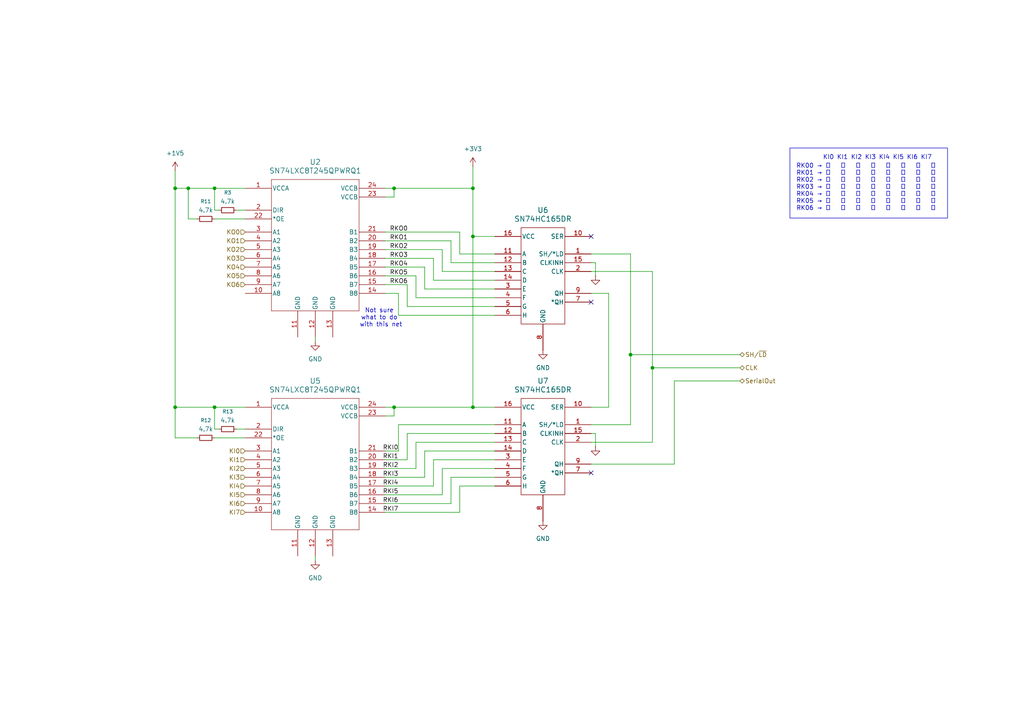
<source format=kicad_sch>
(kicad_sch (version 20250114) (generator "eeschema") (generator_version "9.0")
  (paper "A4")
  (lib_symbols
    (symbol "Device:R_Small" (pin_numbers (hide yes)) (pin_names (offset 0.254) (hide yes))
      (property "Reference" "R" (at 0 0 90))
      (property "Value" "R_Small" (at 1.778 0 90))
      (symbol "R_Small_0_1"
        (rectangle (start -0.762 1.778) (end 0.762 -1.778) (stroke (width 0.2032)))
      )
      (symbol "R_Small_1_1"
        (pin passive line (at 0 2.54 270) (length 0.762) (name "~") (number "1"))
        (pin passive line (at 0 -2.54 90) (length 0.762) (name "~") (number "2"))
      )
    )
    (symbol "SN74HC165DR:SN74HC165DR" (pin_names (offset 0.254))
      (property "Reference" "U" (at 14.732 6.604 0))
      (property "Value" "SN74HC165DR" (at 14.732 4.064 0))
      (symbol "SN74HC165DR_0_1"
        (rectangle (start 7.62 1.27) (end 20.32 -26.67))
        (pin power_in line (at 0 -1.27 0) (length 7.62) (name "VCC") (number "16"))
        (pin input line (at 0 -6.35 0) (length 7.62) (name "A") (number "11"))
        (pin input line (at 0 -8.89 0) (length 7.62) (name "B") (number "12"))
        (pin input line (at 0 -11.43 0) (length 7.62) (name "C") (number "13"))
        (pin input line (at 0 -13.97 0) (length 7.62) (name "D") (number "14"))
        (pin input line (at 0 -16.51 0) (length 7.62) (name "E") (number "3"))
        (pin input line (at 0 -19.05 0) (length 7.62) (name "F") (number "4"))
        (pin input line (at 0 -21.59 0) (length 7.62) (name "G") (number "5"))
        (pin input line (at 0 -24.13 0) (length 7.62) (name "H") (number "6"))
        (pin power_in line (at 13.97 -34.29 90) (length 7.62) (name "GND") (number "8"))
        (pin input line (at 27.94 -1.27 180) (length 7.62) (name "SER") (number "10"))
        (pin input line (at 27.94 -6.35 180) (length 7.62) (name "SH/*LD") (number "1"))
        (pin input line (at 27.94 -8.89 180) (length 7.62) (name "CLKINH") (number "15"))
        (pin input line (at 27.94 -11.43 180) (length 7.62) (name "CLK") (number "2"))
        (pin output line (at 27.94 -17.78 180) (length 7.62) (name "QH") (number "9"))
        (pin output line (at 27.94 -20.32 180) (length 7.62) (name "*QH") (number "7"))
      )
    )
    (symbol "SN74LXC8T245QPWRQ1:SN74LXC8T245QPWRQ1" (pin_names (offset 0.254))
      (property "Reference" "U2" (at 20.32 10.16 0))
      (property "Value" "SN74LXC8T245QPWRQ1" (at 20.32 7.62 0))
      (symbol "SN74LXC8T245QPWRQ1_0_1"
        (polyline (pts (xy 7.62 5.08) (xy 7.62 -33.02)) (stroke (width 0.127)))
        (polyline (pts (xy 7.62 -33.02) (xy 33.02 -33.02)) (stroke (width 0.127)))
        (polyline (pts (xy 33.02 5.08) (xy 7.62 5.08)) (stroke (width 0.127)))
        (polyline (pts (xy 33.02 -33.02) (xy 33.02 5.08)) (stroke (width 0.127)))
        (pin power_in line (at 0 2.54 0) (length 7.62) (name "VCCA") (number "1"))
        (pin input line (at 0 -3.81 0) (length 7.62) (name "DIR") (number "2"))
        (pin input line (at 0 -6.35 0) (length 7.62) (name "*OE") (number "22"))
        (pin bidirectional line (at 0 -10.16 0) (length 7.62) (name "A1") (number "3"))
        (pin bidirectional line (at 0 -12.7 0) (length 7.62) (name "A2") (number "4"))
        (pin bidirectional line (at 0 -15.24 0) (length 7.62) (name "A3") (number "5"))
        (pin bidirectional line (at 0 -17.78 0) (length 7.62) (name "A4") (number "6"))
        (pin bidirectional line (at 0 -20.32 0) (length 7.62) (name "A5") (number "7"))
        (pin bidirectional line (at 0 -22.86 0) (length 7.62) (name "A6") (number "8"))
        (pin bidirectional line (at 0 -25.4 0) (length 7.62) (name "A7") (number "9"))
        (pin bidirectional line (at 0 -27.94 0) (length 7.62) (name "A8") (number "10"))
        (pin power_out line (at 15.24 -40.64 90) (length 7.62) (name "GND") (number "11"))
        (pin power_out line (at 20.32 -40.64 90) (length 7.62) (name "GND") (number "12"))
        (pin power_out line (at 25.4 -40.64 90) (length 7.62) (name "GND") (number "13"))
        (pin power_in line (at 40.64 2.54 180) (length 7.62) (name "VCCB") (number "24"))
        (pin power_in line (at 40.64 0 180) (length 7.62) (name "VCCB") (number "23"))
        (pin bidirectional line (at 40.64 -10.16 180) (length 7.62) (name "B1") (number "21"))
        (pin bidirectional line (at 40.64 -12.7 180) (length 7.62) (name "B2") (number "20"))
        (pin bidirectional line (at 40.64 -15.24 180) (length 7.62) (name "B3") (number "19"))
        (pin bidirectional line (at 40.64 -17.78 180) (length 7.62) (name "B4") (number "18"))
        (pin bidirectional line (at 40.64 -20.32 180) (length 7.62) (name "B5") (number "17"))
        (pin bidirectional line (at 40.64 -22.86 180) (length 7.62) (name "B6") (number "16"))
        (pin bidirectional line (at 40.64 -25.4 180) (length 7.62) (name "B7") (number "15"))
        (pin bidirectional line (at 40.64 -27.94 180) (length 7.62) (name "B8") (number "14"))
      )
    )
    (symbol "power:+1V5" (power) (pin_numbers (hide yes)) (pin_names (offset 0) (hide yes))
      (property "Value" "+1V5" (at 0 3.556 0))
      (symbol "+1V5_0_1"
        (polyline (pts (xy -0.762 1.27) (xy 0 2.54)))
        (polyline (pts (xy 0 2.54) (xy 0.762 1.27)))
        (polyline (pts (xy 0 0) (xy 0 2.54)))
      )
      (symbol "+1V5_1_1"
        (pin power_in line (at 0 0 90) (length 0) (name "~") (number "1"))
      )
    )
    (symbol "power:+3V3" (power) (pin_numbers (hide yes)) (pin_names (offset 0) (hide yes))
      (property "Value" "+3V3" (at 0 3.556 0))
      (symbol "+3V3_0_1"
        (polyline (pts (xy -0.762 1.27) (xy 0 2.54)))
        (polyline (pts (xy 0 2.54) (xy 0.762 1.27)))
        (polyline (pts (xy 0 0) (xy 0 2.54)))
      )
      (symbol "+3V3_1_1"
        (pin power_in line (at 0 0 90) (length 0) (name "~") (number "1"))
      )
    )
    (symbol "power:GND" (power) (pin_numbers (hide yes)) (pin_names (offset 0) (hide yes))
      (property "Value" "GND" (at 0 -3.81 0))
      (symbol "GND_0_1"
        (polyline (pts (xy 0 0) (xy 0 -1.27) (xy 1.27 -1.27) (xy 0 -2.54) (xy -1.27 -1.27) (xy 0 -1.27)))
      )
      (symbol "GND_1_1"
        (pin power_in line (at 0 0 270) (length 0) (name "~") (number "1"))
      )
    )
  )
  (rectangle (start 229.108 42.926) (end 274.828 63.246))
  (text "       \nRK00 → ✓   ✓   ✓   ✓   ✓   ✓   ✓   ✓\nRK01 → ✓   ✓   ✓   ✓   ✓   ✓   ✓   ✓\nRK02 → ✓   ✓   ✓   ✓   ✓   ✓   ✓   ✓\nRK03 → ✓   ✓   ✓   ✓   ✓   ✓   ✓   ✓\nRK04 → ✓   ✓   ✓   ✓   ✓   ✓   ✓   ✓\nRK05 → ✓   ✓   ✓   ✓   ✓   ✓   ✓   ✓\nRK06 → ✓   ✓   ✓   ✓   ✓   ✓   ✓   ✓" (at 251.206 53.34 0) (effects (font (size 1.27 1.27))))
  (text " KI0 KI1 KI2 KI3 KI4 KI5 KI6 KI7\n" (at 254 45.72 0) (effects (font (size 1.27 1.27))))
  (text "Not sure \nwhat to do \nwith this net\n" (at 110.49 92.202 0) (effects (font (size 1.27 1.27))))
  (junction (at 182.88 102.87))
  (junction (at 137.16 54.61))
  (junction (at 50.8 118.11))
  (junction (at 137.16 68.58))
  (junction (at 114.3 118.11))
  (junction (at 50.8 54.61))
  (junction (at 62.23 54.61))
  (junction (at 114.3 54.61))
  (junction (at 62.23 118.11))
  (junction (at 137.16 118.11))
  (junction (at 189.23 106.68))
  (junction (at 54.61 54.61))
  (no_connect (at 171.45 68.58))
  (no_connect (at 171.45 137.16))
  (no_connect (at 171.45 87.63))
  (wire (pts (xy 137.16 68.58) (xy 143.51 68.58)))
  (wire (pts (xy 137.16 48.26) (xy 137.16 54.61)))
  (wire (pts (xy 123.19 130.81) (xy 143.51 130.81)))
  (wire (pts (xy 111.76 57.15) (xy 114.3 57.15)))
  (wire (pts (xy 115.57 91.44) (xy 143.51 91.44)))
  (wire (pts (xy 120.65 128.27) (xy 143.51 128.27)))
  (wire (pts (xy 182.88 73.66) (xy 182.88 102.87)))
  (wire (pts (xy 176.53 85.09) (xy 176.53 118.11)))
  (wire (pts (xy 123.19 83.82) (xy 143.51 83.82)))
  (wire (pts (xy 111.76 143.51) (xy 128.27 143.51)))
  (wire (pts (xy 171.45 134.62) (xy 195.58 134.62)))
  (wire (pts (xy 115.57 85.09) (xy 111.76 85.09)))
  (wire (pts (xy 182.88 102.87) (xy 182.88 123.19)))
  (wire (pts (xy 111.76 54.61) (xy 114.3 54.61)))
  (wire (pts (xy 120.65 80.01) (xy 111.76 80.01)))
  (wire (pts (xy 182.88 102.87) (xy 214.63 102.87)))
  (wire (pts (xy 137.16 68.58) (xy 137.16 118.11)))
  (wire (pts (xy 54.61 63.5) (xy 54.61 54.61)))
  (wire (pts (xy 172.72 125.73) (xy 171.45 125.73)))
  (wire (pts (xy 57.15 127) (xy 50.8 127)))
  (wire (pts (xy 137.16 118.11) (xy 143.51 118.11)))
  (wire (pts (xy 171.45 123.19) (xy 182.88 123.19)))
  (wire (pts (xy 128.27 78.74) (xy 128.27 72.39)))
  (wire (pts (xy 50.8 54.61) (xy 50.8 118.11)))
  (wire (pts (xy 128.27 72.39) (xy 111.76 72.39)))
  (wire (pts (xy 111.76 148.59) (xy 133.35 148.59)))
  (wire (pts (xy 111.76 133.35) (xy 118.11 133.35)))
  (wire (pts (xy 133.35 67.31) (xy 111.76 67.31)))
  (wire (pts (xy 123.19 138.43) (xy 123.19 130.81)))
  (wire (pts (xy 62.23 63.5) (xy 71.12 63.5)))
  (wire (pts (xy 114.3 54.61) (xy 137.16 54.61)))
  (wire (pts (xy 182.88 73.66) (xy 171.45 73.66)))
  (wire (pts (xy 50.8 127) (xy 50.8 118.11)))
  (wire (pts (xy 118.11 88.9) (xy 118.11 82.55)))
  (wire (pts (xy 57.15 63.5) (xy 54.61 63.5)))
  (wire (pts (xy 189.23 78.74) (xy 171.45 78.74)))
  (wire (pts (xy 125.73 140.97) (xy 125.73 133.35)))
  (wire (pts (xy 172.72 76.2) (xy 171.45 76.2)))
  (wire (pts (xy 63.5 60.96) (xy 62.23 60.96)))
  (wire (pts (xy 115.57 130.81) (xy 115.57 123.19)))
  (wire (pts (xy 50.8 118.11) (xy 62.23 118.11)))
  (wire (pts (xy 120.65 86.36) (xy 120.65 80.01)))
  (wire (pts (xy 125.73 81.28) (xy 143.51 81.28)))
  (wire (pts (xy 120.65 135.89) (xy 120.65 128.27)))
  (wire (pts (xy 133.35 73.66) (xy 133.35 67.31)))
  (wire (pts (xy 130.81 76.2) (xy 130.81 69.85)))
  (wire (pts (xy 68.58 60.96) (xy 71.12 60.96)))
  (wire (pts (xy 128.27 135.89) (xy 143.51 135.89)))
  (wire (pts (xy 133.35 73.66) (xy 143.51 73.66)))
  (wire (pts (xy 137.16 54.61) (xy 137.16 68.58)))
  (wire (pts (xy 91.44 162.56) (xy 91.44 161.29)))
  (wire (pts (xy 63.5 124.46) (xy 62.23 124.46)))
  (wire (pts (xy 114.3 54.61) (xy 114.3 57.15)))
  (wire (pts (xy 189.23 128.27) (xy 189.23 106.68)))
  (wire (pts (xy 123.19 77.47) (xy 111.76 77.47)))
  (wire (pts (xy 130.81 69.85) (xy 111.76 69.85)))
  (wire (pts (xy 172.72 76.2) (xy 172.72 80.01)))
  (wire (pts (xy 128.27 143.51) (xy 128.27 135.89)))
  (wire (pts (xy 62.23 118.11) (xy 62.23 124.46)))
  (wire (pts (xy 114.3 120.65) (xy 114.3 118.11)))
  (wire (pts (xy 50.8 49.53) (xy 50.8 54.61)))
  (wire (pts (xy 118.11 133.35) (xy 118.11 125.73)))
  (wire (pts (xy 62.23 54.61) (xy 62.23 60.96)))
  (wire (pts (xy 130.81 76.2) (xy 143.51 76.2)))
  (wire (pts (xy 133.35 148.59) (xy 133.35 140.97)))
  (wire (pts (xy 111.76 140.97) (xy 125.73 140.97)))
  (wire (pts (xy 118.11 125.73) (xy 143.51 125.73)))
  (wire (pts (xy 111.76 135.89) (xy 120.65 135.89)))
  (wire (pts (xy 125.73 133.35) (xy 143.51 133.35)))
  (wire (pts (xy 118.11 88.9) (xy 143.51 88.9)))
  (wire (pts (xy 171.45 85.09) (xy 176.53 85.09)))
  (wire (pts (xy 91.44 99.06) (xy 91.44 97.79)))
  (wire (pts (xy 111.76 118.11) (xy 114.3 118.11)))
  (wire (pts (xy 189.23 78.74) (xy 189.23 106.68)))
  (wire (pts (xy 195.58 110.49) (xy 214.63 110.49)))
  (wire (pts (xy 50.8 54.61) (xy 54.61 54.61)))
  (wire (pts (xy 114.3 118.11) (xy 137.16 118.11)))
  (wire (pts (xy 111.76 146.05) (xy 130.81 146.05)))
  (wire (pts (xy 128.27 78.74) (xy 143.51 78.74)))
  (wire (pts (xy 125.73 81.28) (xy 125.73 74.93)))
  (wire (pts (xy 62.23 118.11) (xy 71.12 118.11)))
  (wire (pts (xy 111.76 120.65) (xy 114.3 120.65)))
  (wire (pts (xy 115.57 123.19) (xy 143.51 123.19)))
  (wire (pts (xy 176.53 118.11) (xy 171.45 118.11)))
  (wire (pts (xy 195.58 134.62) (xy 195.58 110.49)))
  (wire (pts (xy 172.72 125.73) (xy 172.72 129.54)))
  (wire (pts (xy 111.76 130.81) (xy 115.57 130.81)))
  (wire (pts (xy 118.11 82.55) (xy 111.76 82.55)))
  (wire (pts (xy 133.35 140.97) (xy 143.51 140.97)))
  (wire (pts (xy 189.23 106.68) (xy 214.63 106.68)))
  (wire (pts (xy 171.45 128.27) (xy 189.23 128.27)))
  (wire (pts (xy 125.73 74.93) (xy 111.76 74.93)))
  (wire (pts (xy 115.57 91.44) (xy 115.57 85.09)))
  (wire (pts (xy 130.81 138.43) (xy 143.51 138.43)))
  (wire (pts (xy 62.23 54.61) (xy 71.12 54.61)))
  (wire (pts (xy 130.81 146.05) (xy 130.81 138.43)))
  (wire (pts (xy 62.23 127) (xy 71.12 127)))
  (wire (pts (xy 111.76 138.43) (xy 123.19 138.43)))
  (wire (pts (xy 68.58 124.46) (xy 71.12 124.46)))
  (wire (pts (xy 54.61 54.61) (xy 62.23 54.61)))
  (wire (pts (xy 123.19 83.82) (xy 123.19 77.47)))
  (wire (pts (xy 120.65 86.36) (xy 143.51 86.36)))
  (label "RKI3" (at 115.57 138.43 180))
  (label "RKI4" (at 115.57 140.97 180))
  (label "RKO1" (at 113.03 69.85 0))
  (label "RKO6" (at 113.03 82.55 0))
  (label "RKO5" (at 113.03 80.01 0))
  (label "RKI1" (at 115.57 133.35 180))
  (label "RKI2" (at 115.57 135.89 180))
  (label "RKO0" (at 113.03 67.31 0))
  (label "RKO3" (at 113.03 74.93 0))
  (label "RKO4" (at 113.03 77.47 0))
  (label "RKI7" (at 115.57 148.59 180))
  (label "RKI5" (at 115.57 143.51 180))
  (label "RKI0" (at 115.57 130.81 180))
  (label "RKO2" (at 113.03 72.39 0))
  (label "RKI6" (at 115.57 146.05 180))
  (hierarchical_label "KI1" (shape input) (at 71.12 133.35 180))
  (hierarchical_label "KI4" (shape input) (at 71.12 140.97 180))
  (hierarchical_label "SerialOut" (shape bidirectional) (at 214.63 110.49 0))
  (hierarchical_label "KI7" (shape input) (at 71.12 148.59 180))
  (hierarchical_label "KI0" (shape input) (at 71.12 130.81 180))
  (hierarchical_label "KO1" (shape input) (at 71.12 69.85 180))
  (hierarchical_label "KI6" (shape input) (at 71.12 146.05 180))
  (hierarchical_label "CLK" (shape bidirectional) (at 214.63 106.68 0))
  (hierarchical_label "KI5" (shape input) (at 71.12 143.51 180))
  (hierarchical_label "KO5" (shape input) (at 71.12 80.01 180))
  (hierarchical_label "KI3" (shape input) (at 71.12 138.43 180))
  (hierarchical_label "KO3" (shape input) (at 71.12 74.93 180))
  (hierarchical_label "KO4" (shape input) (at 71.12 77.47 180))
  (hierarchical_label "KO6" (shape input) (at 71.12 82.55 180))
  (hierarchical_label "SH{slash}~{LD}" (shape bidirectional) (at 214.63 102.87 0))
  (hierarchical_label "KI2" (shape input) (at 71.12 135.89 180))
  (hierarchical_label "KO2" (shape input) (at 71.12 72.39 180))
  (hierarchical_label "KO0" (shape input) (at 71.12 67.31 180))
  (symbol (lib_id "Device:R_Small") (at 59.69 63.5 90) (unit 1)
    (property "Reference" "R11" (at 59.69 58.42 90) (effects (font (size 1.016 1.016))))
    (property "Value" "4.7k" (at 59.69 60.96 90))
    (property "Footprint" "Resistor_SMD:R_0603_1608Metric" (effects (hide yes)))
    (property "Description" "Resistor, small symbol" (effects (hide yes)))
  )
  (symbol (lib_id "power:+3V3") (at 137.16 48.26 0) (unit 1)
    (property "Reference" "#PWR022" (effects (hide yes)))
    (property "Value" "+3V3" (at 137.16 43.18 0))
    (property "Description" "Power symbol creates a global label with name \"+3V3\"" (effects (hide yes)))
  )
  (symbol (lib_id "power:+1V5") (at 50.8 49.53 0) (unit 1)
    (property "Reference" "#PWR021" (effects (hide yes)))
    (property "Value" "+1V5" (at 50.8 44.45 0))
    (property "Description" "Power symbol creates a global label with name \"+1V5\"" (effects (hide yes)))
  )
  (symbol (lib_id "SN74HC165DR:SN74HC165DR") (at 143.51 116.84 0) (unit 1)
    (property "Reference" "U7" (at 157.48 110.49 0) (effects (font (size 1.524 1.524))))
    (property "Value" "SN74HC165DR" (at 157.48 113.03 0) (effects (font (size 1.524 1.524))))
    (property "Footprint" "Package_SO:SOP-16_3.9x9.9mm_P1.27mm" (effects (hide yes)))
    (property "Datasheet" "https://www.ti.com/lit/ds/symlink/sn74hc165.pdf?HQS=dis-dk-null-digikeymode-dsf-pf-null-wwe&ts=1747651830616&ref_url=https%253A%252F%252Fwww.ti.com%252Fgeneral%252Fdocs%252Fsuppproductinfo.tsp%253FdistId%253D10%2526gotoUrl%253Dhttps%253A%252F%252Fwww.ti.com%252Flit%252Fgpn%252Fsn74hc165" (effects (hide yes)))
  )
  (symbol (lib_id "Device:R_Small") (at 59.69 127 90) (unit 1)
    (property "Reference" "R12" (at 59.69 121.92 90) (effects (font (size 1.016 1.016))))
    (property "Value" "4.7k" (at 59.69 124.46 90))
    (property "Footprint" "Resistor_SMD:R_0603_1608Metric" (effects (hide yes)))
    (property "Description" "Resistor, small symbol" (effects (hide yes)))
  )
  (symbol (lib_id "power:GND") (at 172.72 80.01 0) (unit 1)
    (property "Reference" "#PWR028" (effects (hide yes)))
    (property "Value" "GND" (effects (hide yes)))
    (property "Description" "Power symbol creates a global label with name \"GND\" , ground" (effects (hide yes)))
  )
  (symbol (lib_id "SN74LXC8T245QPWRQ1:SN74LXC8T245QPWRQ1") (at 71.12 57.15 0) (unit 1)
    (property "Reference" "U2" (at 91.44 46.99 0) (effects (font (size 1.524 1.524))))
    (property "Value" "SN74LXC8T245QPWRQ1" (at 91.44 49.53 0) (effects (font (size 1.524 1.524))))
    (property "Footprint" "TSSOP24_PW_TEX" (effects (hide yes)))
    (property "Datasheet" "SN74LXC8T245QPWRQ1" (effects (hide yes)))
  )
  (symbol (lib_id "power:GND") (at 157.48 151.13 0) (unit 1)
    (property "Reference" "#PWR027" (effects (hide yes)))
    (property "Value" "GND" (at 157.48 156.21 0))
    (property "Description" "Power symbol creates a global label with name \"GND\" , ground" (effects (hide yes)))
  )
  (symbol (lib_id "Device:R_Small") (at 66.04 124.46 90) (unit 1)
    (property "Reference" "R13" (at 66.04 119.38 90) (effects (font (size 1.016 1.016))))
    (property "Value" "4.7k" (at 66.04 121.92 90))
    (property "Footprint" "Resistor_SMD:R_0603_1608Metric" (effects (hide yes)))
    (property "Description" "Resistor, small symbol" (effects (hide yes)))
  )
  (symbol (lib_id "power:GND") (at 91.44 99.06 0) (unit 1)
    (property "Reference" "#PWR05" (effects (hide yes)))
    (property "Value" "GND" (at 91.44 104.14 0))
    (property "Description" "Power symbol creates a global label with name \"GND\" , ground" (effects (hide yes)))
  )
  (symbol (lib_id "Device:R_Small") (at 66.04 60.96 90) (unit 1)
    (property "Reference" "R3" (at 66.04 55.88 90) (effects (font (size 1.016 1.016))))
    (property "Value" "4.7k" (at 66.04 58.42 90))
    (property "Footprint" "Resistor_SMD:R_0603_1608Metric" (effects (hide yes)))
    (property "Description" "Resistor, small symbol" (effects (hide yes)))
  )
  (symbol (lib_id "power:GND") (at 91.44 162.56 0) (unit 1)
    (property "Reference" "#PWR019" (effects (hide yes)))
    (property "Value" "GND" (at 91.44 167.64 0))
    (property "Description" "Power symbol creates a global label with name \"GND\" , ground" (effects (hide yes)))
  )
  (symbol (lib_id "power:GND") (at 157.48 101.6 0) (unit 1)
    (property "Reference" "#PWR020" (effects (hide yes)))
    (property "Value" "GND" (at 157.48 106.68 0))
    (property "Description" "Power symbol creates a global label with name \"GND\" , ground" (effects (hide yes)))
  )
  (symbol (lib_id "power:GND") (at 172.72 129.54 0) (unit 1)
    (property "Reference" "#PWR029" (effects (hide yes)))
    (property "Value" "GND" (effects (hide yes)))
    (property "Description" "Power symbol creates a global label with name \"GND\" , ground" (effects (hide yes)))
  )
  (symbol (lib_id "SN74LXC8T245QPWRQ1:SN74LXC8T245QPWRQ1") (at 71.12 120.65 0) (unit 1)
    (property "Reference" "U5" (at 91.44 110.49 0) (effects (font (size 1.524 1.524))))
    (property "Value" "SN74LXC8T245QPWRQ1" (at 91.44 113.03 0) (effects (font (size 1.524 1.524))))
    (property "Footprint" "TSSOP24_PW_TEX" (effects (hide yes)))
    (property "Datasheet" "SN74LXC8T245QPWRQ1" (effects (hide yes)))
  )
  (symbol (lib_id "SN74HC165DR:SN74HC165DR") (at 143.51 67.31 0) (unit 1)
    (property "Reference" "U6" (at 157.48 60.96 0) (effects (font (size 1.524 1.524))))
    (property "Value" "SN74HC165DR" (at 157.48 63.5 0) (effects (font (size 1.524 1.524))))
    (property "Footprint" "Package_SO:SOP-16_3.9x9.9mm_P1.27mm" (effects (hide yes)))
    (property "Datasheet" "https://www.ti.com/lit/ds/symlink/sn74hc165.pdf?HQS=dis-dk-null-digikeymode-dsf-pf-null-wwe&ts=1747651830616&ref_url=https%253A%252F%252Fwww.ti.com%252Fgeneral%252Fdocs%252Fsuppproductinfo.tsp%253FdistId%253D10%2526gotoUrl%253Dhttps%253A%252F%252Fwww.ti.com%252Flit%252Fgpn%252Fsn74hc165" (effects (hide yes)))
  )
)
</source>
